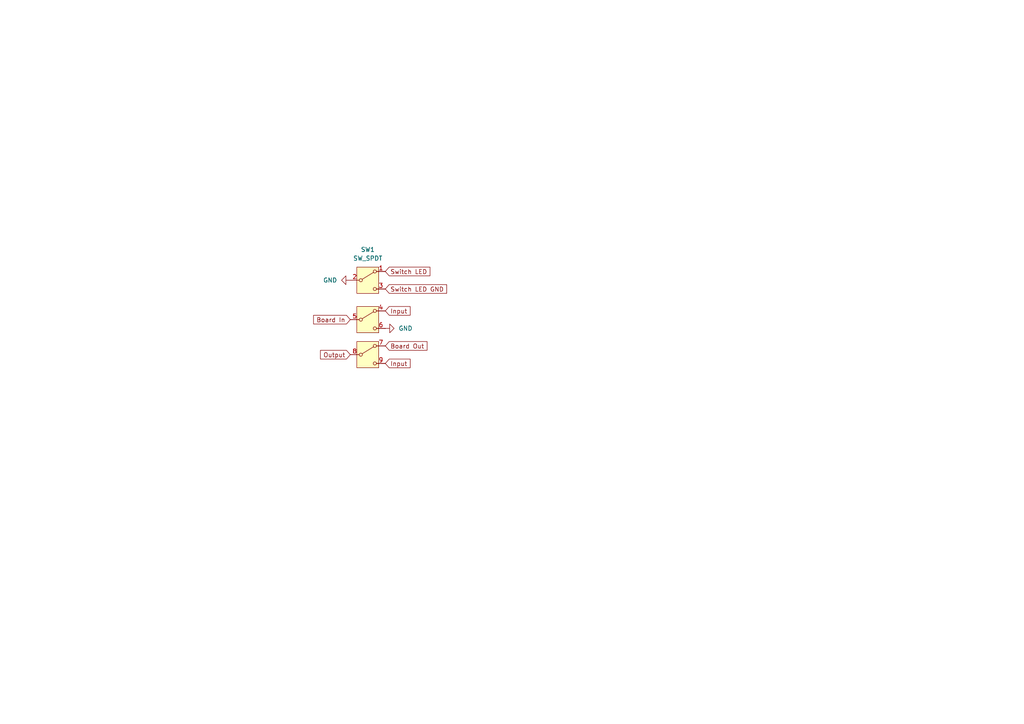
<source format=kicad_sch>
(kicad_sch (version 20231120) (generator "eeschema") (generator_version "8.0")
  (paper "A4")
  (lib_symbols
    (symbol "Switch:SW_SPDT" (pin_names (offset 0) hide)
      (property "Reference" "SW1" (at 0 8.89 0))
      (property "Value" "SW_SPDT" (at 0 6.35 0))
      (symbol "SW_SPDT_0_1"
        (circle (center -2.032 -21.59) (radius 0.4572))
        (circle (center -2.032 -11.43) (radius 0.4572))
        (circle (center -2.032 0) (radius 0.4572))
        (polyline (pts (xy -1.651 -21.336) (xy 1.651 -19.304)))
        (polyline (pts (xy -1.651 -11.176) (xy 1.651 -9.144)))
        (polyline (pts (xy -1.651 0.254) (xy 1.651 2.286)))
        (circle (center 2.032 -24.13) (radius 0.4572))
        (circle (center 2.032 -19.05) (radius 0.4572))
        (circle (center 2.032 -13.97) (radius 0.4572))
        (circle (center 2.032 -8.89) (radius 0.4572))
        (circle (center 2.032 -2.54) (radius 0.4572))
        (circle (center 2.032 2.54) (radius 0.4572))
      )
      (symbol "SW_SPDT_1_1"
        (rectangle (start -3.175 -17.78) (end 3.175 -25.4) (fill (type background)))
        (rectangle (start -3.175 -7.62) (end 3.175 -15.24) (fill (type background)))
        (rectangle (start -3.175 3.81) (end 3.175 -3.81) (fill (type background)))
        (pin passive line (at 5.08 2.54 180) (length 2.54) (name "A") (number "1"))
        (pin passive line (at -5.08 0 0) (length 2.54) (name "B") (number "2"))
        (pin passive line (at 5.08 -2.54 180) (length 2.54) (name "C") (number "3"))
        (pin passive line (at 5.08 -8.89 180) (length 2.54) (name "A2") (number "4"))
        (pin passive line (at -5.08 -11.43 0) (length 2.54) (name "B2") (number "5"))
        (pin passive line (at 5.08 -13.97 180) (length 2.54) (name "C2") (number "6"))
        (pin passive line (at 5.08 -19.05 180) (length 2.54) (name "A3") (number "7"))
        (pin passive line (at -5.08 -21.59 0) (length 2.54) (name "B3") (number "8"))
        (pin passive line (at 5.08 -24.13 180) (length 2.54) (name "C3") (number "9"))
      )
    )
    (symbol "power:GND" (power) (pin_numbers hide) (pin_names (offset 0) hide)
      (property "Value" "GND" (at 0 -3.81 0))
      (symbol "GND_0_1"
        (polyline (pts (xy 0 0) (xy 0 -1.27) (xy 1.27 -1.27) (xy 0 -2.54) (xy -1.27 -1.27) (xy 0 -1.27)))
      )
      (symbol "GND_1_1"
        (pin power_in line (at 0 0 270) (length 0) (name "~") (number "1"))
      )
    )
  )
  (global_label "Input" (shape input) (at 111.76 90.17 0) (property "Intersheetrefs" "${INTERSHEET_REFS}" (effects (hide yes))))
  (global_label "Switch LED" (shape input) (at 111.76 78.74 0) (property "Intersheetrefs" "${INTERSHEET_REFS}" (effects (hide yes))))
  (global_label "Input" (shape input) (at 111.76 105.41 0) (property "Intersheetrefs" "${INTERSHEET_REFS}" (effects (hide yes))))
  (global_label "Switch LED GND" (shape input) (at 111.76 83.82 0) (property "Intersheetrefs" "${INTERSHEET_REFS}" (effects (hide yes))))
  (global_label "Board Out" (shape input) (at 111.76 100.33 0) (property "Intersheetrefs" "${INTERSHEET_REFS}" (effects (hide yes))))
  (global_label "Board In" (shape input) (at 101.6 92.71 180) (property "Intersheetrefs" "${INTERSHEET_REFS}" (effects (hide yes))))
  (global_label "Output" (shape input) (at 101.6 102.87 180) (property "Intersheetrefs" "${INTERSHEET_REFS}" (effects (hide yes))))
  (symbol (lib_id "power:GND") (at 101.6 81.28 270) (unit 1)
    (property "Reference" "#PWR020" (effects (hide yes)))
    (property "Value" "GND" (at 97.79 81.2799 90) (effects (justify right)))
    (property "Description" "Power symbol creates a global label with name \"GND\" , ground" (effects (hide yes)))
  )
  (symbol (lib_id "power:GND") (at 111.76 95.25 90) (unit 1)
    (property "Reference" "#PWR022" (effects (hide yes)))
    (property "Value" "GND" (at 115.57 95.2499 90) (effects (justify right)))
    (property "Description" "Power symbol creates a global label with name \"GND\" , ground" (effects (hide yes)))
  )
  (symbol (lib_id "Switch:SW_SPDT") (at 106.68 81.28 0) (unit 1)
    (property "Reference" "SW1" (at 106.68 72.39 0))
    (property "Value" "SW_SPDT" (at 106.68 74.93 0))
    (property "Footprint" "FV1Footrpints:3PDT" (effects (hide yes)))
    (property "Description" "Switch, single pole double throw" (effects (hide yes)))
  )
)
</source>
